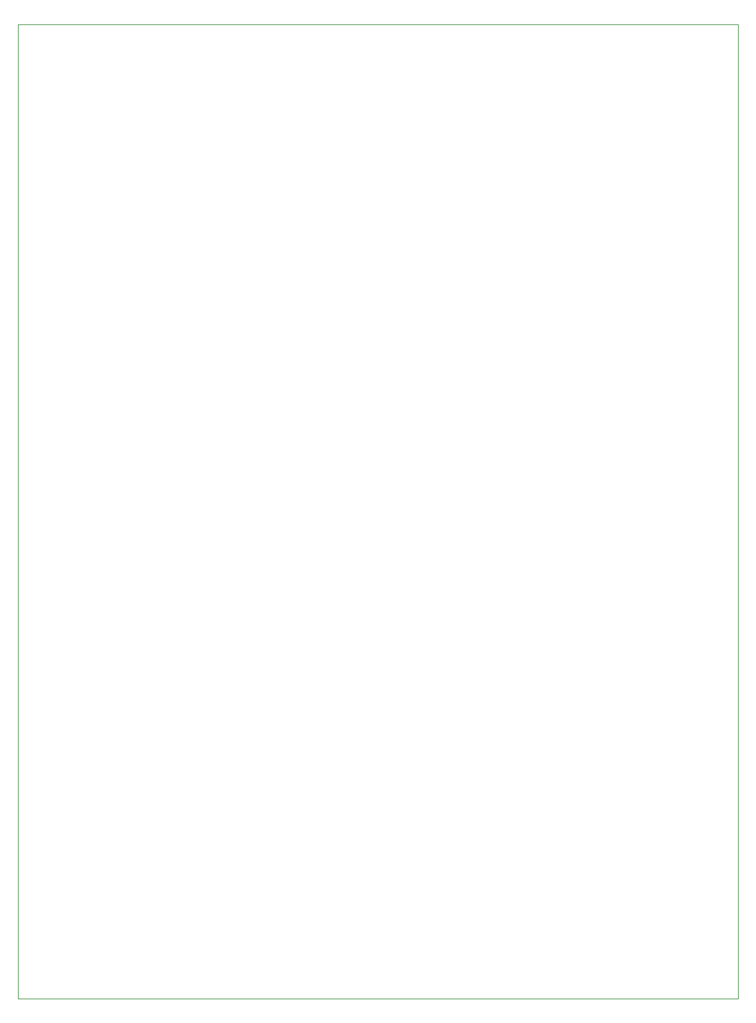
<source format=gbr>
%TF.GenerationSoftware,Altium Limited,Altium Designer,25.2.1 (25)*%
G04 Layer_Color=0*
%FSLAX45Y45*%
%MOMM*%
%TF.SameCoordinates,7DD24991-B9EC-4422-9666-2EE5E17A6B38*%
%TF.FilePolarity,Positive*%
%TF.FileFunction,Profile,NP*%
%TF.Part,Single*%
G01*
G75*
%TA.AperFunction,Profile*%
%ADD45C,0.02540*%
D45*
X9486900D01*
Y12852400D01*
X0D01*
Y0D01*
%TF.MD5,385a646b762be33fc6be0b21b0f62a9a*%
M02*

</source>
